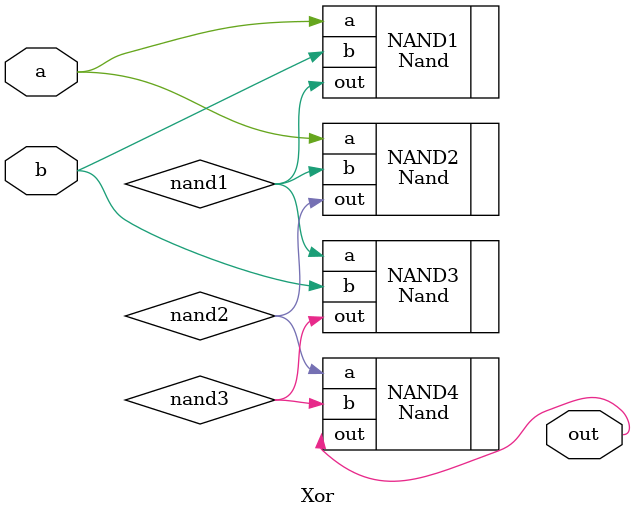
<source format=v>
/**
 * Exclusive-or gate:
 * out = not (a == b)
 */

module Xor(a,b,out);
    input a;
	input b;
    output out;

	Nand NAND1(.a(a),.b(b),.out(nand1));
	Nand NAND2(.a(a),.b(nand1),.out(nand2));
	Nand NAND3(.a(nand1),.b(b),.out(nand3));
	Nand NAND4(.a(nand2),.b(nand3),.out(out));

endmodule

</source>
